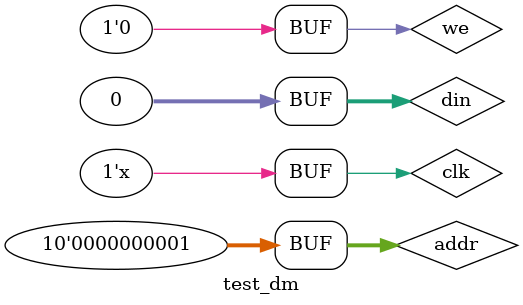
<source format=v>
module test_dm();
   reg [11:2] addr;
   reg [31:0] din;
   reg  we,clk;
   wire [31:0] dout;
   DM_4k dm(addr,din,we,clk,dout);   

   initial
   begin
     clk = 0;
     we = 0;
     addr = 32'b1;
     #10 addr = 32'b10;
     #10 addr = 32'b1;
      we = 1;
      din = 32'b100000;
     #10 addr = 32'b10;
      we = 1;
       din = 32'b0;
     #10 addr = 32'b1;
       we = 0;
       din = 32'b0;
       
   end
   always #5 clk = ~clk;

endmodule


</source>
